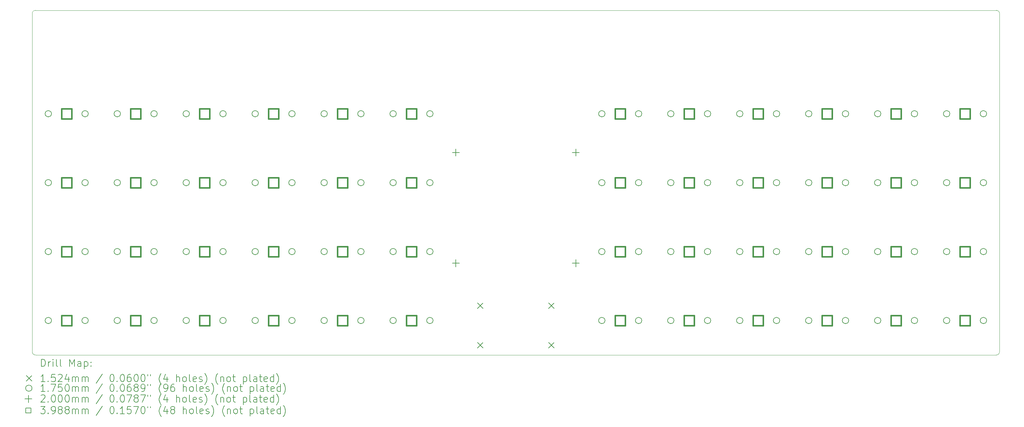
<source format=gbr>
%FSLAX45Y45*%
G04 Gerber Fmt 4.5, Leading zero omitted, Abs format (unit mm)*
G04 Created by KiCad (PCBNEW (6.0.4-0)) date 2022-06-19 23:04:29*
%MOMM*%
%LPD*%
G01*
G04 APERTURE LIST*
%TA.AperFunction,Profile*%
%ADD10C,0.100000*%
%TD*%
%ADD11C,0.200000*%
%ADD12C,0.152400*%
%ADD13C,0.175000*%
%ADD14C,0.398780*%
G04 APERTURE END LIST*
D10*
X8208282Y-8916942D02*
X8209280Y-18265140D01*
X34931228Y-8916942D02*
G75*
G03*
X34842331Y-8828042I-88898J2D01*
G01*
X34931231Y-8916942D02*
X34931231Y-18266138D01*
X34842323Y-18355038D02*
X8298180Y-18354040D01*
X34842323Y-8828042D02*
X8297182Y-8828042D01*
X34842331Y-18355041D02*
G75*
G03*
X34931231Y-18266138I-1J88901D01*
G01*
X8209280Y-18265140D02*
G75*
G03*
X8298180Y-18354040I88900J0D01*
G01*
X8297182Y-8828042D02*
G75*
G03*
X8208282Y-8916942I-2J-88898D01*
G01*
D11*
D12*
X20513320Y-16914960D02*
X20665720Y-17067360D01*
X20665720Y-16914960D02*
X20513320Y-17067360D01*
X20513320Y-18004960D02*
X20665720Y-18157360D01*
X20665720Y-18004960D02*
X20513320Y-18157360D01*
X22473320Y-16914960D02*
X22625720Y-17067360D01*
X22625720Y-16914960D02*
X22473320Y-17067360D01*
X22473320Y-18004960D02*
X22625720Y-18157360D01*
X22625720Y-18004960D02*
X22473320Y-18157360D01*
D13*
X8741120Y-11686540D02*
G75*
G03*
X8741120Y-11686540I-87500J0D01*
G01*
X8741120Y-13591540D02*
G75*
G03*
X8741120Y-13591540I-87500J0D01*
G01*
X8741120Y-15496540D02*
G75*
G03*
X8741120Y-15496540I-87500J0D01*
G01*
X8741120Y-17401540D02*
G75*
G03*
X8741120Y-17401540I-87500J0D01*
G01*
X9757120Y-11686540D02*
G75*
G03*
X9757120Y-11686540I-87500J0D01*
G01*
X9757120Y-13591540D02*
G75*
G03*
X9757120Y-13591540I-87500J0D01*
G01*
X9757120Y-15496540D02*
G75*
G03*
X9757120Y-15496540I-87500J0D01*
G01*
X9757120Y-17401540D02*
G75*
G03*
X9757120Y-17401540I-87500J0D01*
G01*
X10646120Y-11686540D02*
G75*
G03*
X10646120Y-11686540I-87500J0D01*
G01*
X10646120Y-13591540D02*
G75*
G03*
X10646120Y-13591540I-87500J0D01*
G01*
X10646120Y-15496540D02*
G75*
G03*
X10646120Y-15496540I-87500J0D01*
G01*
X10646120Y-17401540D02*
G75*
G03*
X10646120Y-17401540I-87500J0D01*
G01*
X11662120Y-11686540D02*
G75*
G03*
X11662120Y-11686540I-87500J0D01*
G01*
X11662120Y-13591540D02*
G75*
G03*
X11662120Y-13591540I-87500J0D01*
G01*
X11662120Y-15496540D02*
G75*
G03*
X11662120Y-15496540I-87500J0D01*
G01*
X11662120Y-17401540D02*
G75*
G03*
X11662120Y-17401540I-87500J0D01*
G01*
X12551120Y-11686540D02*
G75*
G03*
X12551120Y-11686540I-87500J0D01*
G01*
X12551120Y-13591540D02*
G75*
G03*
X12551120Y-13591540I-87500J0D01*
G01*
X12551120Y-15496540D02*
G75*
G03*
X12551120Y-15496540I-87500J0D01*
G01*
X12551120Y-17401540D02*
G75*
G03*
X12551120Y-17401540I-87500J0D01*
G01*
X13567120Y-11686540D02*
G75*
G03*
X13567120Y-11686540I-87500J0D01*
G01*
X13567120Y-13591540D02*
G75*
G03*
X13567120Y-13591540I-87500J0D01*
G01*
X13567120Y-15496540D02*
G75*
G03*
X13567120Y-15496540I-87500J0D01*
G01*
X13567120Y-17401540D02*
G75*
G03*
X13567120Y-17401540I-87500J0D01*
G01*
X14456120Y-11686540D02*
G75*
G03*
X14456120Y-11686540I-87500J0D01*
G01*
X14456120Y-13591540D02*
G75*
G03*
X14456120Y-13591540I-87500J0D01*
G01*
X14456120Y-15496540D02*
G75*
G03*
X14456120Y-15496540I-87500J0D01*
G01*
X14456120Y-17401540D02*
G75*
G03*
X14456120Y-17401540I-87500J0D01*
G01*
X15472120Y-11686540D02*
G75*
G03*
X15472120Y-11686540I-87500J0D01*
G01*
X15472120Y-13591540D02*
G75*
G03*
X15472120Y-13591540I-87500J0D01*
G01*
X15472120Y-15496540D02*
G75*
G03*
X15472120Y-15496540I-87500J0D01*
G01*
X15472120Y-17401540D02*
G75*
G03*
X15472120Y-17401540I-87500J0D01*
G01*
X16361120Y-11686540D02*
G75*
G03*
X16361120Y-11686540I-87500J0D01*
G01*
X16361120Y-13591540D02*
G75*
G03*
X16361120Y-13591540I-87500J0D01*
G01*
X16361120Y-15496540D02*
G75*
G03*
X16361120Y-15496540I-87500J0D01*
G01*
X16361120Y-17401540D02*
G75*
G03*
X16361120Y-17401540I-87500J0D01*
G01*
X17377120Y-11686540D02*
G75*
G03*
X17377120Y-11686540I-87500J0D01*
G01*
X17377120Y-13591540D02*
G75*
G03*
X17377120Y-13591540I-87500J0D01*
G01*
X17377120Y-15496540D02*
G75*
G03*
X17377120Y-15496540I-87500J0D01*
G01*
X17377120Y-17401540D02*
G75*
G03*
X17377120Y-17401540I-87500J0D01*
G01*
X18266120Y-11686540D02*
G75*
G03*
X18266120Y-11686540I-87500J0D01*
G01*
X18266120Y-13591540D02*
G75*
G03*
X18266120Y-13591540I-87500J0D01*
G01*
X18266120Y-15496540D02*
G75*
G03*
X18266120Y-15496540I-87500J0D01*
G01*
X18266120Y-17401540D02*
G75*
G03*
X18266120Y-17401540I-87500J0D01*
G01*
X19282120Y-11686540D02*
G75*
G03*
X19282120Y-11686540I-87500J0D01*
G01*
X19282120Y-13591540D02*
G75*
G03*
X19282120Y-13591540I-87500J0D01*
G01*
X19282120Y-15496540D02*
G75*
G03*
X19282120Y-15496540I-87500J0D01*
G01*
X19282120Y-17401540D02*
G75*
G03*
X19282120Y-17401540I-87500J0D01*
G01*
X24032080Y-11686540D02*
G75*
G03*
X24032080Y-11686540I-87500J0D01*
G01*
X24032080Y-13591540D02*
G75*
G03*
X24032080Y-13591540I-87500J0D01*
G01*
X24032080Y-15496540D02*
G75*
G03*
X24032080Y-15496540I-87500J0D01*
G01*
X24032080Y-17401540D02*
G75*
G03*
X24032080Y-17401540I-87500J0D01*
G01*
X25048080Y-11686540D02*
G75*
G03*
X25048080Y-11686540I-87500J0D01*
G01*
X25048080Y-13591540D02*
G75*
G03*
X25048080Y-13591540I-87500J0D01*
G01*
X25048080Y-15496540D02*
G75*
G03*
X25048080Y-15496540I-87500J0D01*
G01*
X25048080Y-17401540D02*
G75*
G03*
X25048080Y-17401540I-87500J0D01*
G01*
X25937080Y-11686540D02*
G75*
G03*
X25937080Y-11686540I-87500J0D01*
G01*
X25937080Y-13591540D02*
G75*
G03*
X25937080Y-13591540I-87500J0D01*
G01*
X25937080Y-15496540D02*
G75*
G03*
X25937080Y-15496540I-87500J0D01*
G01*
X25937080Y-17401540D02*
G75*
G03*
X25937080Y-17401540I-87500J0D01*
G01*
X26953080Y-11686540D02*
G75*
G03*
X26953080Y-11686540I-87500J0D01*
G01*
X26953080Y-13591540D02*
G75*
G03*
X26953080Y-13591540I-87500J0D01*
G01*
X26953080Y-15496540D02*
G75*
G03*
X26953080Y-15496540I-87500J0D01*
G01*
X26953080Y-17401540D02*
G75*
G03*
X26953080Y-17401540I-87500J0D01*
G01*
X27842080Y-11686540D02*
G75*
G03*
X27842080Y-11686540I-87500J0D01*
G01*
X27842080Y-13591540D02*
G75*
G03*
X27842080Y-13591540I-87500J0D01*
G01*
X27842080Y-15496540D02*
G75*
G03*
X27842080Y-15496540I-87500J0D01*
G01*
X27842080Y-17401540D02*
G75*
G03*
X27842080Y-17401540I-87500J0D01*
G01*
X28858080Y-11686540D02*
G75*
G03*
X28858080Y-11686540I-87500J0D01*
G01*
X28858080Y-13591540D02*
G75*
G03*
X28858080Y-13591540I-87500J0D01*
G01*
X28858080Y-15496540D02*
G75*
G03*
X28858080Y-15496540I-87500J0D01*
G01*
X28858080Y-17401540D02*
G75*
G03*
X28858080Y-17401540I-87500J0D01*
G01*
X29747080Y-11686540D02*
G75*
G03*
X29747080Y-11686540I-87500J0D01*
G01*
X29747080Y-13591540D02*
G75*
G03*
X29747080Y-13591540I-87500J0D01*
G01*
X29747080Y-15496540D02*
G75*
G03*
X29747080Y-15496540I-87500J0D01*
G01*
X29747080Y-17401540D02*
G75*
G03*
X29747080Y-17401540I-87500J0D01*
G01*
X30763080Y-11686540D02*
G75*
G03*
X30763080Y-11686540I-87500J0D01*
G01*
X30763080Y-13591540D02*
G75*
G03*
X30763080Y-13591540I-87500J0D01*
G01*
X30763080Y-15496540D02*
G75*
G03*
X30763080Y-15496540I-87500J0D01*
G01*
X30763080Y-17401540D02*
G75*
G03*
X30763080Y-17401540I-87500J0D01*
G01*
X31652080Y-11686540D02*
G75*
G03*
X31652080Y-11686540I-87500J0D01*
G01*
X31652080Y-13591540D02*
G75*
G03*
X31652080Y-13591540I-87500J0D01*
G01*
X31652080Y-15496540D02*
G75*
G03*
X31652080Y-15496540I-87500J0D01*
G01*
X31652080Y-17401540D02*
G75*
G03*
X31652080Y-17401540I-87500J0D01*
G01*
X32668080Y-11686540D02*
G75*
G03*
X32668080Y-11686540I-87500J0D01*
G01*
X32668080Y-13591540D02*
G75*
G03*
X32668080Y-13591540I-87500J0D01*
G01*
X32668080Y-15496540D02*
G75*
G03*
X32668080Y-15496540I-87500J0D01*
G01*
X32668080Y-17401540D02*
G75*
G03*
X32668080Y-17401540I-87500J0D01*
G01*
X33557080Y-11686540D02*
G75*
G03*
X33557080Y-11686540I-87500J0D01*
G01*
X33557080Y-13591540D02*
G75*
G03*
X33557080Y-13591540I-87500J0D01*
G01*
X33557080Y-15496540D02*
G75*
G03*
X33557080Y-15496540I-87500J0D01*
G01*
X33557080Y-17401540D02*
G75*
G03*
X33557080Y-17401540I-87500J0D01*
G01*
X34573080Y-11686540D02*
G75*
G03*
X34573080Y-11686540I-87500J0D01*
G01*
X34573080Y-13591540D02*
G75*
G03*
X34573080Y-13591540I-87500J0D01*
G01*
X34573080Y-15496540D02*
G75*
G03*
X34573080Y-15496540I-87500J0D01*
G01*
X34573080Y-17401540D02*
G75*
G03*
X34573080Y-17401540I-87500J0D01*
G01*
D11*
X19913520Y-12655976D02*
X19913520Y-12855976D01*
X19813520Y-12755976D02*
X20013520Y-12755976D01*
X19913520Y-15715976D02*
X19913520Y-15915976D01*
X19813520Y-15815976D02*
X20013520Y-15815976D01*
X23225520Y-12655976D02*
X23225520Y-12855976D01*
X23125520Y-12755976D02*
X23325520Y-12755976D01*
X23225520Y-15715976D02*
X23225520Y-15915976D01*
X23125520Y-15815976D02*
X23325520Y-15815976D01*
D14*
X9302611Y-11827531D02*
X9302611Y-11545549D01*
X9020629Y-11545549D01*
X9020629Y-11827531D01*
X9302611Y-11827531D01*
X9302611Y-13732531D02*
X9302611Y-13450549D01*
X9020629Y-13450549D01*
X9020629Y-13732531D01*
X9302611Y-13732531D01*
X9302611Y-15637531D02*
X9302611Y-15355549D01*
X9020629Y-15355549D01*
X9020629Y-15637531D01*
X9302611Y-15637531D01*
X9302611Y-17542531D02*
X9302611Y-17260549D01*
X9020629Y-17260549D01*
X9020629Y-17542531D01*
X9302611Y-17542531D01*
X11207611Y-11827531D02*
X11207611Y-11545549D01*
X10925629Y-11545549D01*
X10925629Y-11827531D01*
X11207611Y-11827531D01*
X11207611Y-13732531D02*
X11207611Y-13450549D01*
X10925629Y-13450549D01*
X10925629Y-13732531D01*
X11207611Y-13732531D01*
X11207611Y-15637531D02*
X11207611Y-15355549D01*
X10925629Y-15355549D01*
X10925629Y-15637531D01*
X11207611Y-15637531D01*
X11207611Y-17542531D02*
X11207611Y-17260549D01*
X10925629Y-17260549D01*
X10925629Y-17542531D01*
X11207611Y-17542531D01*
X13112611Y-11827531D02*
X13112611Y-11545549D01*
X12830629Y-11545549D01*
X12830629Y-11827531D01*
X13112611Y-11827531D01*
X13112611Y-13732531D02*
X13112611Y-13450549D01*
X12830629Y-13450549D01*
X12830629Y-13732531D01*
X13112611Y-13732531D01*
X13112611Y-15637531D02*
X13112611Y-15355549D01*
X12830629Y-15355549D01*
X12830629Y-15637531D01*
X13112611Y-15637531D01*
X13112611Y-17542531D02*
X13112611Y-17260549D01*
X12830629Y-17260549D01*
X12830629Y-17542531D01*
X13112611Y-17542531D01*
X15017611Y-11827531D02*
X15017611Y-11545549D01*
X14735629Y-11545549D01*
X14735629Y-11827531D01*
X15017611Y-11827531D01*
X15017611Y-13732531D02*
X15017611Y-13450549D01*
X14735629Y-13450549D01*
X14735629Y-13732531D01*
X15017611Y-13732531D01*
X15017611Y-15637531D02*
X15017611Y-15355549D01*
X14735629Y-15355549D01*
X14735629Y-15637531D01*
X15017611Y-15637531D01*
X15017611Y-17542531D02*
X15017611Y-17260549D01*
X14735629Y-17260549D01*
X14735629Y-17542531D01*
X15017611Y-17542531D01*
X16922611Y-11827531D02*
X16922611Y-11545549D01*
X16640629Y-11545549D01*
X16640629Y-11827531D01*
X16922611Y-11827531D01*
X16922611Y-13732531D02*
X16922611Y-13450549D01*
X16640629Y-13450549D01*
X16640629Y-13732531D01*
X16922611Y-13732531D01*
X16922611Y-15637531D02*
X16922611Y-15355549D01*
X16640629Y-15355549D01*
X16640629Y-15637531D01*
X16922611Y-15637531D01*
X16922611Y-17542531D02*
X16922611Y-17260549D01*
X16640629Y-17260549D01*
X16640629Y-17542531D01*
X16922611Y-17542531D01*
X18827611Y-11827531D02*
X18827611Y-11545549D01*
X18545629Y-11545549D01*
X18545629Y-11827531D01*
X18827611Y-11827531D01*
X18827611Y-13732531D02*
X18827611Y-13450549D01*
X18545629Y-13450549D01*
X18545629Y-13732531D01*
X18827611Y-13732531D01*
X18827611Y-15637531D02*
X18827611Y-15355549D01*
X18545629Y-15355549D01*
X18545629Y-15637531D01*
X18827611Y-15637531D01*
X18827611Y-17542531D02*
X18827611Y-17260549D01*
X18545629Y-17260549D01*
X18545629Y-17542531D01*
X18827611Y-17542531D01*
X24593571Y-11827531D02*
X24593571Y-11545549D01*
X24311589Y-11545549D01*
X24311589Y-11827531D01*
X24593571Y-11827531D01*
X24593571Y-13732531D02*
X24593571Y-13450549D01*
X24311589Y-13450549D01*
X24311589Y-13732531D01*
X24593571Y-13732531D01*
X24593571Y-15637531D02*
X24593571Y-15355549D01*
X24311589Y-15355549D01*
X24311589Y-15637531D01*
X24593571Y-15637531D01*
X24593571Y-17542531D02*
X24593571Y-17260549D01*
X24311589Y-17260549D01*
X24311589Y-17542531D01*
X24593571Y-17542531D01*
X26498571Y-11827531D02*
X26498571Y-11545549D01*
X26216589Y-11545549D01*
X26216589Y-11827531D01*
X26498571Y-11827531D01*
X26498571Y-13732531D02*
X26498571Y-13450549D01*
X26216589Y-13450549D01*
X26216589Y-13732531D01*
X26498571Y-13732531D01*
X26498571Y-15637531D02*
X26498571Y-15355549D01*
X26216589Y-15355549D01*
X26216589Y-15637531D01*
X26498571Y-15637531D01*
X26498571Y-17542531D02*
X26498571Y-17260549D01*
X26216589Y-17260549D01*
X26216589Y-17542531D01*
X26498571Y-17542531D01*
X28403571Y-11827531D02*
X28403571Y-11545549D01*
X28121589Y-11545549D01*
X28121589Y-11827531D01*
X28403571Y-11827531D01*
X28403571Y-13732531D02*
X28403571Y-13450549D01*
X28121589Y-13450549D01*
X28121589Y-13732531D01*
X28403571Y-13732531D01*
X28403571Y-15637531D02*
X28403571Y-15355549D01*
X28121589Y-15355549D01*
X28121589Y-15637531D01*
X28403571Y-15637531D01*
X28403571Y-17542531D02*
X28403571Y-17260549D01*
X28121589Y-17260549D01*
X28121589Y-17542531D01*
X28403571Y-17542531D01*
X30308571Y-11827531D02*
X30308571Y-11545549D01*
X30026589Y-11545549D01*
X30026589Y-11827531D01*
X30308571Y-11827531D01*
X30308571Y-13732531D02*
X30308571Y-13450549D01*
X30026589Y-13450549D01*
X30026589Y-13732531D01*
X30308571Y-13732531D01*
X30308571Y-15637531D02*
X30308571Y-15355549D01*
X30026589Y-15355549D01*
X30026589Y-15637531D01*
X30308571Y-15637531D01*
X30308571Y-17542531D02*
X30308571Y-17260549D01*
X30026589Y-17260549D01*
X30026589Y-17542531D01*
X30308571Y-17542531D01*
X32213571Y-11827531D02*
X32213571Y-11545549D01*
X31931589Y-11545549D01*
X31931589Y-11827531D01*
X32213571Y-11827531D01*
X32213571Y-13732531D02*
X32213571Y-13450549D01*
X31931589Y-13450549D01*
X31931589Y-13732531D01*
X32213571Y-13732531D01*
X32213571Y-15637531D02*
X32213571Y-15355549D01*
X31931589Y-15355549D01*
X31931589Y-15637531D01*
X32213571Y-15637531D01*
X32213571Y-17542531D02*
X32213571Y-17260549D01*
X31931589Y-17260549D01*
X31931589Y-17542531D01*
X32213571Y-17542531D01*
X34118571Y-11827531D02*
X34118571Y-11545549D01*
X33836589Y-11545549D01*
X33836589Y-11827531D01*
X34118571Y-11827531D01*
X34118571Y-13732531D02*
X34118571Y-13450549D01*
X33836589Y-13450549D01*
X33836589Y-13732531D01*
X34118571Y-13732531D01*
X34118571Y-15637531D02*
X34118571Y-15355549D01*
X33836589Y-15355549D01*
X33836589Y-15637531D01*
X34118571Y-15637531D01*
X34118571Y-17542531D02*
X34118571Y-17260549D01*
X33836589Y-17260549D01*
X33836589Y-17542531D01*
X34118571Y-17542531D01*
D11*
X8460901Y-18670514D02*
X8460901Y-18470514D01*
X8508520Y-18470514D01*
X8537091Y-18480038D01*
X8556139Y-18499086D01*
X8565663Y-18518133D01*
X8575187Y-18556229D01*
X8575187Y-18584800D01*
X8565663Y-18622895D01*
X8556139Y-18641943D01*
X8537091Y-18660991D01*
X8508520Y-18670514D01*
X8460901Y-18670514D01*
X8660901Y-18670514D02*
X8660901Y-18537181D01*
X8660901Y-18575276D02*
X8670425Y-18556229D01*
X8679948Y-18546705D01*
X8698996Y-18537181D01*
X8718044Y-18537181D01*
X8784710Y-18670514D02*
X8784710Y-18537181D01*
X8784710Y-18470514D02*
X8775187Y-18480038D01*
X8784710Y-18489562D01*
X8794234Y-18480038D01*
X8784710Y-18470514D01*
X8784710Y-18489562D01*
X8908520Y-18670514D02*
X8889472Y-18660991D01*
X8879948Y-18641943D01*
X8879948Y-18470514D01*
X9013282Y-18670514D02*
X8994234Y-18660991D01*
X8984710Y-18641943D01*
X8984710Y-18470514D01*
X9241853Y-18670514D02*
X9241853Y-18470514D01*
X9308520Y-18613372D01*
X9375187Y-18470514D01*
X9375187Y-18670514D01*
X9556139Y-18670514D02*
X9556139Y-18565752D01*
X9546615Y-18546705D01*
X9527568Y-18537181D01*
X9489472Y-18537181D01*
X9470425Y-18546705D01*
X9556139Y-18660991D02*
X9537091Y-18670514D01*
X9489472Y-18670514D01*
X9470425Y-18660991D01*
X9460901Y-18641943D01*
X9460901Y-18622895D01*
X9470425Y-18603848D01*
X9489472Y-18594324D01*
X9537091Y-18594324D01*
X9556139Y-18584800D01*
X9651377Y-18537181D02*
X9651377Y-18737181D01*
X9651377Y-18546705D02*
X9670425Y-18537181D01*
X9708520Y-18537181D01*
X9727568Y-18546705D01*
X9737091Y-18556229D01*
X9746615Y-18575276D01*
X9746615Y-18632419D01*
X9737091Y-18651467D01*
X9727568Y-18660991D01*
X9708520Y-18670514D01*
X9670425Y-18670514D01*
X9651377Y-18660991D01*
X9832329Y-18651467D02*
X9841853Y-18660991D01*
X9832329Y-18670514D01*
X9822806Y-18660991D01*
X9832329Y-18651467D01*
X9832329Y-18670514D01*
X9832329Y-18546705D02*
X9841853Y-18556229D01*
X9832329Y-18565752D01*
X9822806Y-18556229D01*
X9832329Y-18546705D01*
X9832329Y-18565752D01*
D12*
X8050882Y-18923838D02*
X8203282Y-19076238D01*
X8203282Y-18923838D02*
X8050882Y-19076238D01*
D11*
X8565663Y-19090514D02*
X8451377Y-19090514D01*
X8508520Y-19090514D02*
X8508520Y-18890514D01*
X8489472Y-18919086D01*
X8470425Y-18938133D01*
X8451377Y-18947657D01*
X8651377Y-19071467D02*
X8660901Y-19080991D01*
X8651377Y-19090514D01*
X8641853Y-19080991D01*
X8651377Y-19071467D01*
X8651377Y-19090514D01*
X8841853Y-18890514D02*
X8746615Y-18890514D01*
X8737091Y-18985752D01*
X8746615Y-18976229D01*
X8765663Y-18966705D01*
X8813282Y-18966705D01*
X8832329Y-18976229D01*
X8841853Y-18985752D01*
X8851377Y-19004800D01*
X8851377Y-19052419D01*
X8841853Y-19071467D01*
X8832329Y-19080991D01*
X8813282Y-19090514D01*
X8765663Y-19090514D01*
X8746615Y-19080991D01*
X8737091Y-19071467D01*
X8927568Y-18909562D02*
X8937091Y-18900038D01*
X8956139Y-18890514D01*
X9003758Y-18890514D01*
X9022806Y-18900038D01*
X9032329Y-18909562D01*
X9041853Y-18928610D01*
X9041853Y-18947657D01*
X9032329Y-18976229D01*
X8918044Y-19090514D01*
X9041853Y-19090514D01*
X9213282Y-18957181D02*
X9213282Y-19090514D01*
X9165663Y-18880991D02*
X9118044Y-19023848D01*
X9241853Y-19023848D01*
X9318044Y-19090514D02*
X9318044Y-18957181D01*
X9318044Y-18976229D02*
X9327568Y-18966705D01*
X9346615Y-18957181D01*
X9375187Y-18957181D01*
X9394234Y-18966705D01*
X9403758Y-18985752D01*
X9403758Y-19090514D01*
X9403758Y-18985752D02*
X9413282Y-18966705D01*
X9432329Y-18957181D01*
X9460901Y-18957181D01*
X9479948Y-18966705D01*
X9489472Y-18985752D01*
X9489472Y-19090514D01*
X9584710Y-19090514D02*
X9584710Y-18957181D01*
X9584710Y-18976229D02*
X9594234Y-18966705D01*
X9613282Y-18957181D01*
X9641853Y-18957181D01*
X9660901Y-18966705D01*
X9670425Y-18985752D01*
X9670425Y-19090514D01*
X9670425Y-18985752D02*
X9679948Y-18966705D01*
X9698996Y-18957181D01*
X9727568Y-18957181D01*
X9746615Y-18966705D01*
X9756139Y-18985752D01*
X9756139Y-19090514D01*
X10146615Y-18880991D02*
X9975187Y-19138133D01*
X10403758Y-18890514D02*
X10422806Y-18890514D01*
X10441853Y-18900038D01*
X10451377Y-18909562D01*
X10460901Y-18928610D01*
X10470425Y-18966705D01*
X10470425Y-19014324D01*
X10460901Y-19052419D01*
X10451377Y-19071467D01*
X10441853Y-19080991D01*
X10422806Y-19090514D01*
X10403758Y-19090514D01*
X10384710Y-19080991D01*
X10375187Y-19071467D01*
X10365663Y-19052419D01*
X10356139Y-19014324D01*
X10356139Y-18966705D01*
X10365663Y-18928610D01*
X10375187Y-18909562D01*
X10384710Y-18900038D01*
X10403758Y-18890514D01*
X10556139Y-19071467D02*
X10565663Y-19080991D01*
X10556139Y-19090514D01*
X10546615Y-19080991D01*
X10556139Y-19071467D01*
X10556139Y-19090514D01*
X10689472Y-18890514D02*
X10708520Y-18890514D01*
X10727568Y-18900038D01*
X10737091Y-18909562D01*
X10746615Y-18928610D01*
X10756139Y-18966705D01*
X10756139Y-19014324D01*
X10746615Y-19052419D01*
X10737091Y-19071467D01*
X10727568Y-19080991D01*
X10708520Y-19090514D01*
X10689472Y-19090514D01*
X10670425Y-19080991D01*
X10660901Y-19071467D01*
X10651377Y-19052419D01*
X10641853Y-19014324D01*
X10641853Y-18966705D01*
X10651377Y-18928610D01*
X10660901Y-18909562D01*
X10670425Y-18900038D01*
X10689472Y-18890514D01*
X10927568Y-18890514D02*
X10889472Y-18890514D01*
X10870425Y-18900038D01*
X10860901Y-18909562D01*
X10841853Y-18938133D01*
X10832329Y-18976229D01*
X10832329Y-19052419D01*
X10841853Y-19071467D01*
X10851377Y-19080991D01*
X10870425Y-19090514D01*
X10908520Y-19090514D01*
X10927568Y-19080991D01*
X10937091Y-19071467D01*
X10946615Y-19052419D01*
X10946615Y-19004800D01*
X10937091Y-18985752D01*
X10927568Y-18976229D01*
X10908520Y-18966705D01*
X10870425Y-18966705D01*
X10851377Y-18976229D01*
X10841853Y-18985752D01*
X10832329Y-19004800D01*
X11070425Y-18890514D02*
X11089472Y-18890514D01*
X11108520Y-18900038D01*
X11118044Y-18909562D01*
X11127568Y-18928610D01*
X11137091Y-18966705D01*
X11137091Y-19014324D01*
X11127568Y-19052419D01*
X11118044Y-19071467D01*
X11108520Y-19080991D01*
X11089472Y-19090514D01*
X11070425Y-19090514D01*
X11051377Y-19080991D01*
X11041853Y-19071467D01*
X11032329Y-19052419D01*
X11022806Y-19014324D01*
X11022806Y-18966705D01*
X11032329Y-18928610D01*
X11041853Y-18909562D01*
X11051377Y-18900038D01*
X11070425Y-18890514D01*
X11260901Y-18890514D02*
X11279948Y-18890514D01*
X11298996Y-18900038D01*
X11308520Y-18909562D01*
X11318044Y-18928610D01*
X11327567Y-18966705D01*
X11327567Y-19014324D01*
X11318044Y-19052419D01*
X11308520Y-19071467D01*
X11298996Y-19080991D01*
X11279948Y-19090514D01*
X11260901Y-19090514D01*
X11241853Y-19080991D01*
X11232329Y-19071467D01*
X11222806Y-19052419D01*
X11213282Y-19014324D01*
X11213282Y-18966705D01*
X11222806Y-18928610D01*
X11232329Y-18909562D01*
X11241853Y-18900038D01*
X11260901Y-18890514D01*
X11403758Y-18890514D02*
X11403758Y-18928610D01*
X11479948Y-18890514D02*
X11479948Y-18928610D01*
X11775186Y-19166705D02*
X11765663Y-19157181D01*
X11746615Y-19128610D01*
X11737091Y-19109562D01*
X11727567Y-19080991D01*
X11718044Y-19033372D01*
X11718044Y-18995276D01*
X11727567Y-18947657D01*
X11737091Y-18919086D01*
X11746615Y-18900038D01*
X11765663Y-18871467D01*
X11775186Y-18861943D01*
X11937091Y-18957181D02*
X11937091Y-19090514D01*
X11889472Y-18880991D02*
X11841853Y-19023848D01*
X11965663Y-19023848D01*
X12194234Y-19090514D02*
X12194234Y-18890514D01*
X12279948Y-19090514D02*
X12279948Y-18985752D01*
X12270425Y-18966705D01*
X12251377Y-18957181D01*
X12222806Y-18957181D01*
X12203758Y-18966705D01*
X12194234Y-18976229D01*
X12403758Y-19090514D02*
X12384710Y-19080991D01*
X12375186Y-19071467D01*
X12365663Y-19052419D01*
X12365663Y-18995276D01*
X12375186Y-18976229D01*
X12384710Y-18966705D01*
X12403758Y-18957181D01*
X12432329Y-18957181D01*
X12451377Y-18966705D01*
X12460901Y-18976229D01*
X12470425Y-18995276D01*
X12470425Y-19052419D01*
X12460901Y-19071467D01*
X12451377Y-19080991D01*
X12432329Y-19090514D01*
X12403758Y-19090514D01*
X12584710Y-19090514D02*
X12565663Y-19080991D01*
X12556139Y-19061943D01*
X12556139Y-18890514D01*
X12737091Y-19080991D02*
X12718044Y-19090514D01*
X12679948Y-19090514D01*
X12660901Y-19080991D01*
X12651377Y-19061943D01*
X12651377Y-18985752D01*
X12660901Y-18966705D01*
X12679948Y-18957181D01*
X12718044Y-18957181D01*
X12737091Y-18966705D01*
X12746615Y-18985752D01*
X12746615Y-19004800D01*
X12651377Y-19023848D01*
X12822806Y-19080991D02*
X12841853Y-19090514D01*
X12879948Y-19090514D01*
X12898996Y-19080991D01*
X12908520Y-19061943D01*
X12908520Y-19052419D01*
X12898996Y-19033372D01*
X12879948Y-19023848D01*
X12851377Y-19023848D01*
X12832329Y-19014324D01*
X12822806Y-18995276D01*
X12822806Y-18985752D01*
X12832329Y-18966705D01*
X12851377Y-18957181D01*
X12879948Y-18957181D01*
X12898996Y-18966705D01*
X12975186Y-19166705D02*
X12984710Y-19157181D01*
X13003758Y-19128610D01*
X13013282Y-19109562D01*
X13022806Y-19080991D01*
X13032329Y-19033372D01*
X13032329Y-18995276D01*
X13022806Y-18947657D01*
X13013282Y-18919086D01*
X13003758Y-18900038D01*
X12984710Y-18871467D01*
X12975186Y-18861943D01*
X13337091Y-19166705D02*
X13327567Y-19157181D01*
X13308520Y-19128610D01*
X13298996Y-19109562D01*
X13289472Y-19080991D01*
X13279948Y-19033372D01*
X13279948Y-18995276D01*
X13289472Y-18947657D01*
X13298996Y-18919086D01*
X13308520Y-18900038D01*
X13327567Y-18871467D01*
X13337091Y-18861943D01*
X13413282Y-18957181D02*
X13413282Y-19090514D01*
X13413282Y-18976229D02*
X13422806Y-18966705D01*
X13441853Y-18957181D01*
X13470425Y-18957181D01*
X13489472Y-18966705D01*
X13498996Y-18985752D01*
X13498996Y-19090514D01*
X13622806Y-19090514D02*
X13603758Y-19080991D01*
X13594234Y-19071467D01*
X13584710Y-19052419D01*
X13584710Y-18995276D01*
X13594234Y-18976229D01*
X13603758Y-18966705D01*
X13622806Y-18957181D01*
X13651377Y-18957181D01*
X13670425Y-18966705D01*
X13679948Y-18976229D01*
X13689472Y-18995276D01*
X13689472Y-19052419D01*
X13679948Y-19071467D01*
X13670425Y-19080991D01*
X13651377Y-19090514D01*
X13622806Y-19090514D01*
X13746615Y-18957181D02*
X13822806Y-18957181D01*
X13775186Y-18890514D02*
X13775186Y-19061943D01*
X13784710Y-19080991D01*
X13803758Y-19090514D01*
X13822806Y-19090514D01*
X14041853Y-18957181D02*
X14041853Y-19157181D01*
X14041853Y-18966705D02*
X14060901Y-18957181D01*
X14098996Y-18957181D01*
X14118044Y-18966705D01*
X14127567Y-18976229D01*
X14137091Y-18995276D01*
X14137091Y-19052419D01*
X14127567Y-19071467D01*
X14118044Y-19080991D01*
X14098996Y-19090514D01*
X14060901Y-19090514D01*
X14041853Y-19080991D01*
X14251377Y-19090514D02*
X14232329Y-19080991D01*
X14222806Y-19061943D01*
X14222806Y-18890514D01*
X14413282Y-19090514D02*
X14413282Y-18985752D01*
X14403758Y-18966705D01*
X14384710Y-18957181D01*
X14346615Y-18957181D01*
X14327567Y-18966705D01*
X14413282Y-19080991D02*
X14394234Y-19090514D01*
X14346615Y-19090514D01*
X14327567Y-19080991D01*
X14318044Y-19061943D01*
X14318044Y-19042895D01*
X14327567Y-19023848D01*
X14346615Y-19014324D01*
X14394234Y-19014324D01*
X14413282Y-19004800D01*
X14479948Y-18957181D02*
X14556139Y-18957181D01*
X14508520Y-18890514D02*
X14508520Y-19061943D01*
X14518044Y-19080991D01*
X14537091Y-19090514D01*
X14556139Y-19090514D01*
X14698996Y-19080991D02*
X14679948Y-19090514D01*
X14641853Y-19090514D01*
X14622806Y-19080991D01*
X14613282Y-19061943D01*
X14613282Y-18985752D01*
X14622806Y-18966705D01*
X14641853Y-18957181D01*
X14679948Y-18957181D01*
X14698996Y-18966705D01*
X14708520Y-18985752D01*
X14708520Y-19004800D01*
X14613282Y-19023848D01*
X14879948Y-19090514D02*
X14879948Y-18890514D01*
X14879948Y-19080991D02*
X14860901Y-19090514D01*
X14822806Y-19090514D01*
X14803758Y-19080991D01*
X14794234Y-19071467D01*
X14784710Y-19052419D01*
X14784710Y-18995276D01*
X14794234Y-18976229D01*
X14803758Y-18966705D01*
X14822806Y-18957181D01*
X14860901Y-18957181D01*
X14879948Y-18966705D01*
X14956139Y-19166705D02*
X14965663Y-19157181D01*
X14984710Y-19128610D01*
X14994234Y-19109562D01*
X15003758Y-19080991D01*
X15013282Y-19033372D01*
X15013282Y-18995276D01*
X15003758Y-18947657D01*
X14994234Y-18919086D01*
X14984710Y-18900038D01*
X14965663Y-18871467D01*
X14956139Y-18861943D01*
D13*
X8203282Y-19272438D02*
G75*
G03*
X8203282Y-19272438I-87500J0D01*
G01*
D11*
X8565663Y-19362914D02*
X8451377Y-19362914D01*
X8508520Y-19362914D02*
X8508520Y-19162914D01*
X8489472Y-19191486D01*
X8470425Y-19210533D01*
X8451377Y-19220057D01*
X8651377Y-19343867D02*
X8660901Y-19353391D01*
X8651377Y-19362914D01*
X8641853Y-19353391D01*
X8651377Y-19343867D01*
X8651377Y-19362914D01*
X8727568Y-19162914D02*
X8860901Y-19162914D01*
X8775187Y-19362914D01*
X9032329Y-19162914D02*
X8937091Y-19162914D01*
X8927568Y-19258152D01*
X8937091Y-19248629D01*
X8956139Y-19239105D01*
X9003758Y-19239105D01*
X9022806Y-19248629D01*
X9032329Y-19258152D01*
X9041853Y-19277200D01*
X9041853Y-19324819D01*
X9032329Y-19343867D01*
X9022806Y-19353391D01*
X9003758Y-19362914D01*
X8956139Y-19362914D01*
X8937091Y-19353391D01*
X8927568Y-19343867D01*
X9165663Y-19162914D02*
X9184710Y-19162914D01*
X9203758Y-19172438D01*
X9213282Y-19181962D01*
X9222806Y-19201010D01*
X9232329Y-19239105D01*
X9232329Y-19286724D01*
X9222806Y-19324819D01*
X9213282Y-19343867D01*
X9203758Y-19353391D01*
X9184710Y-19362914D01*
X9165663Y-19362914D01*
X9146615Y-19353391D01*
X9137091Y-19343867D01*
X9127568Y-19324819D01*
X9118044Y-19286724D01*
X9118044Y-19239105D01*
X9127568Y-19201010D01*
X9137091Y-19181962D01*
X9146615Y-19172438D01*
X9165663Y-19162914D01*
X9318044Y-19362914D02*
X9318044Y-19229581D01*
X9318044Y-19248629D02*
X9327568Y-19239105D01*
X9346615Y-19229581D01*
X9375187Y-19229581D01*
X9394234Y-19239105D01*
X9403758Y-19258152D01*
X9403758Y-19362914D01*
X9403758Y-19258152D02*
X9413282Y-19239105D01*
X9432329Y-19229581D01*
X9460901Y-19229581D01*
X9479948Y-19239105D01*
X9489472Y-19258152D01*
X9489472Y-19362914D01*
X9584710Y-19362914D02*
X9584710Y-19229581D01*
X9584710Y-19248629D02*
X9594234Y-19239105D01*
X9613282Y-19229581D01*
X9641853Y-19229581D01*
X9660901Y-19239105D01*
X9670425Y-19258152D01*
X9670425Y-19362914D01*
X9670425Y-19258152D02*
X9679948Y-19239105D01*
X9698996Y-19229581D01*
X9727568Y-19229581D01*
X9746615Y-19239105D01*
X9756139Y-19258152D01*
X9756139Y-19362914D01*
X10146615Y-19153391D02*
X9975187Y-19410533D01*
X10403758Y-19162914D02*
X10422806Y-19162914D01*
X10441853Y-19172438D01*
X10451377Y-19181962D01*
X10460901Y-19201010D01*
X10470425Y-19239105D01*
X10470425Y-19286724D01*
X10460901Y-19324819D01*
X10451377Y-19343867D01*
X10441853Y-19353391D01*
X10422806Y-19362914D01*
X10403758Y-19362914D01*
X10384710Y-19353391D01*
X10375187Y-19343867D01*
X10365663Y-19324819D01*
X10356139Y-19286724D01*
X10356139Y-19239105D01*
X10365663Y-19201010D01*
X10375187Y-19181962D01*
X10384710Y-19172438D01*
X10403758Y-19162914D01*
X10556139Y-19343867D02*
X10565663Y-19353391D01*
X10556139Y-19362914D01*
X10546615Y-19353391D01*
X10556139Y-19343867D01*
X10556139Y-19362914D01*
X10689472Y-19162914D02*
X10708520Y-19162914D01*
X10727568Y-19172438D01*
X10737091Y-19181962D01*
X10746615Y-19201010D01*
X10756139Y-19239105D01*
X10756139Y-19286724D01*
X10746615Y-19324819D01*
X10737091Y-19343867D01*
X10727568Y-19353391D01*
X10708520Y-19362914D01*
X10689472Y-19362914D01*
X10670425Y-19353391D01*
X10660901Y-19343867D01*
X10651377Y-19324819D01*
X10641853Y-19286724D01*
X10641853Y-19239105D01*
X10651377Y-19201010D01*
X10660901Y-19181962D01*
X10670425Y-19172438D01*
X10689472Y-19162914D01*
X10927568Y-19162914D02*
X10889472Y-19162914D01*
X10870425Y-19172438D01*
X10860901Y-19181962D01*
X10841853Y-19210533D01*
X10832329Y-19248629D01*
X10832329Y-19324819D01*
X10841853Y-19343867D01*
X10851377Y-19353391D01*
X10870425Y-19362914D01*
X10908520Y-19362914D01*
X10927568Y-19353391D01*
X10937091Y-19343867D01*
X10946615Y-19324819D01*
X10946615Y-19277200D01*
X10937091Y-19258152D01*
X10927568Y-19248629D01*
X10908520Y-19239105D01*
X10870425Y-19239105D01*
X10851377Y-19248629D01*
X10841853Y-19258152D01*
X10832329Y-19277200D01*
X11060901Y-19248629D02*
X11041853Y-19239105D01*
X11032329Y-19229581D01*
X11022806Y-19210533D01*
X11022806Y-19201010D01*
X11032329Y-19181962D01*
X11041853Y-19172438D01*
X11060901Y-19162914D01*
X11098996Y-19162914D01*
X11118044Y-19172438D01*
X11127568Y-19181962D01*
X11137091Y-19201010D01*
X11137091Y-19210533D01*
X11127568Y-19229581D01*
X11118044Y-19239105D01*
X11098996Y-19248629D01*
X11060901Y-19248629D01*
X11041853Y-19258152D01*
X11032329Y-19267676D01*
X11022806Y-19286724D01*
X11022806Y-19324819D01*
X11032329Y-19343867D01*
X11041853Y-19353391D01*
X11060901Y-19362914D01*
X11098996Y-19362914D01*
X11118044Y-19353391D01*
X11127568Y-19343867D01*
X11137091Y-19324819D01*
X11137091Y-19286724D01*
X11127568Y-19267676D01*
X11118044Y-19258152D01*
X11098996Y-19248629D01*
X11232329Y-19362914D02*
X11270425Y-19362914D01*
X11289472Y-19353391D01*
X11298996Y-19343867D01*
X11318044Y-19315295D01*
X11327567Y-19277200D01*
X11327567Y-19201010D01*
X11318044Y-19181962D01*
X11308520Y-19172438D01*
X11289472Y-19162914D01*
X11251377Y-19162914D01*
X11232329Y-19172438D01*
X11222806Y-19181962D01*
X11213282Y-19201010D01*
X11213282Y-19248629D01*
X11222806Y-19267676D01*
X11232329Y-19277200D01*
X11251377Y-19286724D01*
X11289472Y-19286724D01*
X11308520Y-19277200D01*
X11318044Y-19267676D01*
X11327567Y-19248629D01*
X11403758Y-19162914D02*
X11403758Y-19201010D01*
X11479948Y-19162914D02*
X11479948Y-19201010D01*
X11775186Y-19439105D02*
X11765663Y-19429581D01*
X11746615Y-19401010D01*
X11737091Y-19381962D01*
X11727567Y-19353391D01*
X11718044Y-19305772D01*
X11718044Y-19267676D01*
X11727567Y-19220057D01*
X11737091Y-19191486D01*
X11746615Y-19172438D01*
X11765663Y-19143867D01*
X11775186Y-19134343D01*
X11860901Y-19362914D02*
X11898996Y-19362914D01*
X11918044Y-19353391D01*
X11927567Y-19343867D01*
X11946615Y-19315295D01*
X11956139Y-19277200D01*
X11956139Y-19201010D01*
X11946615Y-19181962D01*
X11937091Y-19172438D01*
X11918044Y-19162914D01*
X11879948Y-19162914D01*
X11860901Y-19172438D01*
X11851377Y-19181962D01*
X11841853Y-19201010D01*
X11841853Y-19248629D01*
X11851377Y-19267676D01*
X11860901Y-19277200D01*
X11879948Y-19286724D01*
X11918044Y-19286724D01*
X11937091Y-19277200D01*
X11946615Y-19267676D01*
X11956139Y-19248629D01*
X12127567Y-19162914D02*
X12089472Y-19162914D01*
X12070425Y-19172438D01*
X12060901Y-19181962D01*
X12041853Y-19210533D01*
X12032329Y-19248629D01*
X12032329Y-19324819D01*
X12041853Y-19343867D01*
X12051377Y-19353391D01*
X12070425Y-19362914D01*
X12108520Y-19362914D01*
X12127567Y-19353391D01*
X12137091Y-19343867D01*
X12146615Y-19324819D01*
X12146615Y-19277200D01*
X12137091Y-19258152D01*
X12127567Y-19248629D01*
X12108520Y-19239105D01*
X12070425Y-19239105D01*
X12051377Y-19248629D01*
X12041853Y-19258152D01*
X12032329Y-19277200D01*
X12384710Y-19362914D02*
X12384710Y-19162914D01*
X12470425Y-19362914D02*
X12470425Y-19258152D01*
X12460901Y-19239105D01*
X12441853Y-19229581D01*
X12413282Y-19229581D01*
X12394234Y-19239105D01*
X12384710Y-19248629D01*
X12594234Y-19362914D02*
X12575186Y-19353391D01*
X12565663Y-19343867D01*
X12556139Y-19324819D01*
X12556139Y-19267676D01*
X12565663Y-19248629D01*
X12575186Y-19239105D01*
X12594234Y-19229581D01*
X12622806Y-19229581D01*
X12641853Y-19239105D01*
X12651377Y-19248629D01*
X12660901Y-19267676D01*
X12660901Y-19324819D01*
X12651377Y-19343867D01*
X12641853Y-19353391D01*
X12622806Y-19362914D01*
X12594234Y-19362914D01*
X12775186Y-19362914D02*
X12756139Y-19353391D01*
X12746615Y-19334343D01*
X12746615Y-19162914D01*
X12927567Y-19353391D02*
X12908520Y-19362914D01*
X12870425Y-19362914D01*
X12851377Y-19353391D01*
X12841853Y-19334343D01*
X12841853Y-19258152D01*
X12851377Y-19239105D01*
X12870425Y-19229581D01*
X12908520Y-19229581D01*
X12927567Y-19239105D01*
X12937091Y-19258152D01*
X12937091Y-19277200D01*
X12841853Y-19296248D01*
X13013282Y-19353391D02*
X13032329Y-19362914D01*
X13070425Y-19362914D01*
X13089472Y-19353391D01*
X13098996Y-19334343D01*
X13098996Y-19324819D01*
X13089472Y-19305772D01*
X13070425Y-19296248D01*
X13041853Y-19296248D01*
X13022806Y-19286724D01*
X13013282Y-19267676D01*
X13013282Y-19258152D01*
X13022806Y-19239105D01*
X13041853Y-19229581D01*
X13070425Y-19229581D01*
X13089472Y-19239105D01*
X13165663Y-19439105D02*
X13175186Y-19429581D01*
X13194234Y-19401010D01*
X13203758Y-19381962D01*
X13213282Y-19353391D01*
X13222806Y-19305772D01*
X13222806Y-19267676D01*
X13213282Y-19220057D01*
X13203758Y-19191486D01*
X13194234Y-19172438D01*
X13175186Y-19143867D01*
X13165663Y-19134343D01*
X13527567Y-19439105D02*
X13518044Y-19429581D01*
X13498996Y-19401010D01*
X13489472Y-19381962D01*
X13479948Y-19353391D01*
X13470425Y-19305772D01*
X13470425Y-19267676D01*
X13479948Y-19220057D01*
X13489472Y-19191486D01*
X13498996Y-19172438D01*
X13518044Y-19143867D01*
X13527567Y-19134343D01*
X13603758Y-19229581D02*
X13603758Y-19362914D01*
X13603758Y-19248629D02*
X13613282Y-19239105D01*
X13632329Y-19229581D01*
X13660901Y-19229581D01*
X13679948Y-19239105D01*
X13689472Y-19258152D01*
X13689472Y-19362914D01*
X13813282Y-19362914D02*
X13794234Y-19353391D01*
X13784710Y-19343867D01*
X13775186Y-19324819D01*
X13775186Y-19267676D01*
X13784710Y-19248629D01*
X13794234Y-19239105D01*
X13813282Y-19229581D01*
X13841853Y-19229581D01*
X13860901Y-19239105D01*
X13870425Y-19248629D01*
X13879948Y-19267676D01*
X13879948Y-19324819D01*
X13870425Y-19343867D01*
X13860901Y-19353391D01*
X13841853Y-19362914D01*
X13813282Y-19362914D01*
X13937091Y-19229581D02*
X14013282Y-19229581D01*
X13965663Y-19162914D02*
X13965663Y-19334343D01*
X13975186Y-19353391D01*
X13994234Y-19362914D01*
X14013282Y-19362914D01*
X14232329Y-19229581D02*
X14232329Y-19429581D01*
X14232329Y-19239105D02*
X14251377Y-19229581D01*
X14289472Y-19229581D01*
X14308520Y-19239105D01*
X14318044Y-19248629D01*
X14327567Y-19267676D01*
X14327567Y-19324819D01*
X14318044Y-19343867D01*
X14308520Y-19353391D01*
X14289472Y-19362914D01*
X14251377Y-19362914D01*
X14232329Y-19353391D01*
X14441853Y-19362914D02*
X14422806Y-19353391D01*
X14413282Y-19334343D01*
X14413282Y-19162914D01*
X14603758Y-19362914D02*
X14603758Y-19258152D01*
X14594234Y-19239105D01*
X14575186Y-19229581D01*
X14537091Y-19229581D01*
X14518044Y-19239105D01*
X14603758Y-19353391D02*
X14584710Y-19362914D01*
X14537091Y-19362914D01*
X14518044Y-19353391D01*
X14508520Y-19334343D01*
X14508520Y-19315295D01*
X14518044Y-19296248D01*
X14537091Y-19286724D01*
X14584710Y-19286724D01*
X14603758Y-19277200D01*
X14670425Y-19229581D02*
X14746615Y-19229581D01*
X14698996Y-19162914D02*
X14698996Y-19334343D01*
X14708520Y-19353391D01*
X14727567Y-19362914D01*
X14746615Y-19362914D01*
X14889472Y-19353391D02*
X14870425Y-19362914D01*
X14832329Y-19362914D01*
X14813282Y-19353391D01*
X14803758Y-19334343D01*
X14803758Y-19258152D01*
X14813282Y-19239105D01*
X14832329Y-19229581D01*
X14870425Y-19229581D01*
X14889472Y-19239105D01*
X14898996Y-19258152D01*
X14898996Y-19277200D01*
X14803758Y-19296248D01*
X15070425Y-19362914D02*
X15070425Y-19162914D01*
X15070425Y-19353391D02*
X15051377Y-19362914D01*
X15013282Y-19362914D01*
X14994234Y-19353391D01*
X14984710Y-19343867D01*
X14975186Y-19324819D01*
X14975186Y-19267676D01*
X14984710Y-19248629D01*
X14994234Y-19239105D01*
X15013282Y-19229581D01*
X15051377Y-19229581D01*
X15070425Y-19239105D01*
X15146615Y-19439105D02*
X15156139Y-19429581D01*
X15175186Y-19401010D01*
X15184710Y-19381962D01*
X15194234Y-19353391D01*
X15203758Y-19305772D01*
X15203758Y-19267676D01*
X15194234Y-19220057D01*
X15184710Y-19191486D01*
X15175186Y-19172438D01*
X15156139Y-19143867D01*
X15146615Y-19134343D01*
X8103282Y-19467438D02*
X8103282Y-19667438D01*
X8003282Y-19567438D02*
X8203282Y-19567438D01*
X8451377Y-19476962D02*
X8460901Y-19467438D01*
X8479948Y-19457914D01*
X8527568Y-19457914D01*
X8546615Y-19467438D01*
X8556139Y-19476962D01*
X8565663Y-19496010D01*
X8565663Y-19515057D01*
X8556139Y-19543629D01*
X8441853Y-19657914D01*
X8565663Y-19657914D01*
X8651377Y-19638867D02*
X8660901Y-19648391D01*
X8651377Y-19657914D01*
X8641853Y-19648391D01*
X8651377Y-19638867D01*
X8651377Y-19657914D01*
X8784710Y-19457914D02*
X8803758Y-19457914D01*
X8822806Y-19467438D01*
X8832329Y-19476962D01*
X8841853Y-19496010D01*
X8851377Y-19534105D01*
X8851377Y-19581724D01*
X8841853Y-19619819D01*
X8832329Y-19638867D01*
X8822806Y-19648391D01*
X8803758Y-19657914D01*
X8784710Y-19657914D01*
X8765663Y-19648391D01*
X8756139Y-19638867D01*
X8746615Y-19619819D01*
X8737091Y-19581724D01*
X8737091Y-19534105D01*
X8746615Y-19496010D01*
X8756139Y-19476962D01*
X8765663Y-19467438D01*
X8784710Y-19457914D01*
X8975187Y-19457914D02*
X8994234Y-19457914D01*
X9013282Y-19467438D01*
X9022806Y-19476962D01*
X9032329Y-19496010D01*
X9041853Y-19534105D01*
X9041853Y-19581724D01*
X9032329Y-19619819D01*
X9022806Y-19638867D01*
X9013282Y-19648391D01*
X8994234Y-19657914D01*
X8975187Y-19657914D01*
X8956139Y-19648391D01*
X8946615Y-19638867D01*
X8937091Y-19619819D01*
X8927568Y-19581724D01*
X8927568Y-19534105D01*
X8937091Y-19496010D01*
X8946615Y-19476962D01*
X8956139Y-19467438D01*
X8975187Y-19457914D01*
X9165663Y-19457914D02*
X9184710Y-19457914D01*
X9203758Y-19467438D01*
X9213282Y-19476962D01*
X9222806Y-19496010D01*
X9232329Y-19534105D01*
X9232329Y-19581724D01*
X9222806Y-19619819D01*
X9213282Y-19638867D01*
X9203758Y-19648391D01*
X9184710Y-19657914D01*
X9165663Y-19657914D01*
X9146615Y-19648391D01*
X9137091Y-19638867D01*
X9127568Y-19619819D01*
X9118044Y-19581724D01*
X9118044Y-19534105D01*
X9127568Y-19496010D01*
X9137091Y-19476962D01*
X9146615Y-19467438D01*
X9165663Y-19457914D01*
X9318044Y-19657914D02*
X9318044Y-19524581D01*
X9318044Y-19543629D02*
X9327568Y-19534105D01*
X9346615Y-19524581D01*
X9375187Y-19524581D01*
X9394234Y-19534105D01*
X9403758Y-19553152D01*
X9403758Y-19657914D01*
X9403758Y-19553152D02*
X9413282Y-19534105D01*
X9432329Y-19524581D01*
X9460901Y-19524581D01*
X9479948Y-19534105D01*
X9489472Y-19553152D01*
X9489472Y-19657914D01*
X9584710Y-19657914D02*
X9584710Y-19524581D01*
X9584710Y-19543629D02*
X9594234Y-19534105D01*
X9613282Y-19524581D01*
X9641853Y-19524581D01*
X9660901Y-19534105D01*
X9670425Y-19553152D01*
X9670425Y-19657914D01*
X9670425Y-19553152D02*
X9679948Y-19534105D01*
X9698996Y-19524581D01*
X9727568Y-19524581D01*
X9746615Y-19534105D01*
X9756139Y-19553152D01*
X9756139Y-19657914D01*
X10146615Y-19448391D02*
X9975187Y-19705533D01*
X10403758Y-19457914D02*
X10422806Y-19457914D01*
X10441853Y-19467438D01*
X10451377Y-19476962D01*
X10460901Y-19496010D01*
X10470425Y-19534105D01*
X10470425Y-19581724D01*
X10460901Y-19619819D01*
X10451377Y-19638867D01*
X10441853Y-19648391D01*
X10422806Y-19657914D01*
X10403758Y-19657914D01*
X10384710Y-19648391D01*
X10375187Y-19638867D01*
X10365663Y-19619819D01*
X10356139Y-19581724D01*
X10356139Y-19534105D01*
X10365663Y-19496010D01*
X10375187Y-19476962D01*
X10384710Y-19467438D01*
X10403758Y-19457914D01*
X10556139Y-19638867D02*
X10565663Y-19648391D01*
X10556139Y-19657914D01*
X10546615Y-19648391D01*
X10556139Y-19638867D01*
X10556139Y-19657914D01*
X10689472Y-19457914D02*
X10708520Y-19457914D01*
X10727568Y-19467438D01*
X10737091Y-19476962D01*
X10746615Y-19496010D01*
X10756139Y-19534105D01*
X10756139Y-19581724D01*
X10746615Y-19619819D01*
X10737091Y-19638867D01*
X10727568Y-19648391D01*
X10708520Y-19657914D01*
X10689472Y-19657914D01*
X10670425Y-19648391D01*
X10660901Y-19638867D01*
X10651377Y-19619819D01*
X10641853Y-19581724D01*
X10641853Y-19534105D01*
X10651377Y-19496010D01*
X10660901Y-19476962D01*
X10670425Y-19467438D01*
X10689472Y-19457914D01*
X10822806Y-19457914D02*
X10956139Y-19457914D01*
X10870425Y-19657914D01*
X11060901Y-19543629D02*
X11041853Y-19534105D01*
X11032329Y-19524581D01*
X11022806Y-19505533D01*
X11022806Y-19496010D01*
X11032329Y-19476962D01*
X11041853Y-19467438D01*
X11060901Y-19457914D01*
X11098996Y-19457914D01*
X11118044Y-19467438D01*
X11127568Y-19476962D01*
X11137091Y-19496010D01*
X11137091Y-19505533D01*
X11127568Y-19524581D01*
X11118044Y-19534105D01*
X11098996Y-19543629D01*
X11060901Y-19543629D01*
X11041853Y-19553152D01*
X11032329Y-19562676D01*
X11022806Y-19581724D01*
X11022806Y-19619819D01*
X11032329Y-19638867D01*
X11041853Y-19648391D01*
X11060901Y-19657914D01*
X11098996Y-19657914D01*
X11118044Y-19648391D01*
X11127568Y-19638867D01*
X11137091Y-19619819D01*
X11137091Y-19581724D01*
X11127568Y-19562676D01*
X11118044Y-19553152D01*
X11098996Y-19543629D01*
X11203758Y-19457914D02*
X11337091Y-19457914D01*
X11251377Y-19657914D01*
X11403758Y-19457914D02*
X11403758Y-19496010D01*
X11479948Y-19457914D02*
X11479948Y-19496010D01*
X11775186Y-19734105D02*
X11765663Y-19724581D01*
X11746615Y-19696010D01*
X11737091Y-19676962D01*
X11727567Y-19648391D01*
X11718044Y-19600772D01*
X11718044Y-19562676D01*
X11727567Y-19515057D01*
X11737091Y-19486486D01*
X11746615Y-19467438D01*
X11765663Y-19438867D01*
X11775186Y-19429343D01*
X11937091Y-19524581D02*
X11937091Y-19657914D01*
X11889472Y-19448391D02*
X11841853Y-19591248D01*
X11965663Y-19591248D01*
X12194234Y-19657914D02*
X12194234Y-19457914D01*
X12279948Y-19657914D02*
X12279948Y-19553152D01*
X12270425Y-19534105D01*
X12251377Y-19524581D01*
X12222806Y-19524581D01*
X12203758Y-19534105D01*
X12194234Y-19543629D01*
X12403758Y-19657914D02*
X12384710Y-19648391D01*
X12375186Y-19638867D01*
X12365663Y-19619819D01*
X12365663Y-19562676D01*
X12375186Y-19543629D01*
X12384710Y-19534105D01*
X12403758Y-19524581D01*
X12432329Y-19524581D01*
X12451377Y-19534105D01*
X12460901Y-19543629D01*
X12470425Y-19562676D01*
X12470425Y-19619819D01*
X12460901Y-19638867D01*
X12451377Y-19648391D01*
X12432329Y-19657914D01*
X12403758Y-19657914D01*
X12584710Y-19657914D02*
X12565663Y-19648391D01*
X12556139Y-19629343D01*
X12556139Y-19457914D01*
X12737091Y-19648391D02*
X12718044Y-19657914D01*
X12679948Y-19657914D01*
X12660901Y-19648391D01*
X12651377Y-19629343D01*
X12651377Y-19553152D01*
X12660901Y-19534105D01*
X12679948Y-19524581D01*
X12718044Y-19524581D01*
X12737091Y-19534105D01*
X12746615Y-19553152D01*
X12746615Y-19572200D01*
X12651377Y-19591248D01*
X12822806Y-19648391D02*
X12841853Y-19657914D01*
X12879948Y-19657914D01*
X12898996Y-19648391D01*
X12908520Y-19629343D01*
X12908520Y-19619819D01*
X12898996Y-19600772D01*
X12879948Y-19591248D01*
X12851377Y-19591248D01*
X12832329Y-19581724D01*
X12822806Y-19562676D01*
X12822806Y-19553152D01*
X12832329Y-19534105D01*
X12851377Y-19524581D01*
X12879948Y-19524581D01*
X12898996Y-19534105D01*
X12975186Y-19734105D02*
X12984710Y-19724581D01*
X13003758Y-19696010D01*
X13013282Y-19676962D01*
X13022806Y-19648391D01*
X13032329Y-19600772D01*
X13032329Y-19562676D01*
X13022806Y-19515057D01*
X13013282Y-19486486D01*
X13003758Y-19467438D01*
X12984710Y-19438867D01*
X12975186Y-19429343D01*
X13337091Y-19734105D02*
X13327567Y-19724581D01*
X13308520Y-19696010D01*
X13298996Y-19676962D01*
X13289472Y-19648391D01*
X13279948Y-19600772D01*
X13279948Y-19562676D01*
X13289472Y-19515057D01*
X13298996Y-19486486D01*
X13308520Y-19467438D01*
X13327567Y-19438867D01*
X13337091Y-19429343D01*
X13413282Y-19524581D02*
X13413282Y-19657914D01*
X13413282Y-19543629D02*
X13422806Y-19534105D01*
X13441853Y-19524581D01*
X13470425Y-19524581D01*
X13489472Y-19534105D01*
X13498996Y-19553152D01*
X13498996Y-19657914D01*
X13622806Y-19657914D02*
X13603758Y-19648391D01*
X13594234Y-19638867D01*
X13584710Y-19619819D01*
X13584710Y-19562676D01*
X13594234Y-19543629D01*
X13603758Y-19534105D01*
X13622806Y-19524581D01*
X13651377Y-19524581D01*
X13670425Y-19534105D01*
X13679948Y-19543629D01*
X13689472Y-19562676D01*
X13689472Y-19619819D01*
X13679948Y-19638867D01*
X13670425Y-19648391D01*
X13651377Y-19657914D01*
X13622806Y-19657914D01*
X13746615Y-19524581D02*
X13822806Y-19524581D01*
X13775186Y-19457914D02*
X13775186Y-19629343D01*
X13784710Y-19648391D01*
X13803758Y-19657914D01*
X13822806Y-19657914D01*
X14041853Y-19524581D02*
X14041853Y-19724581D01*
X14041853Y-19534105D02*
X14060901Y-19524581D01*
X14098996Y-19524581D01*
X14118044Y-19534105D01*
X14127567Y-19543629D01*
X14137091Y-19562676D01*
X14137091Y-19619819D01*
X14127567Y-19638867D01*
X14118044Y-19648391D01*
X14098996Y-19657914D01*
X14060901Y-19657914D01*
X14041853Y-19648391D01*
X14251377Y-19657914D02*
X14232329Y-19648391D01*
X14222806Y-19629343D01*
X14222806Y-19457914D01*
X14413282Y-19657914D02*
X14413282Y-19553152D01*
X14403758Y-19534105D01*
X14384710Y-19524581D01*
X14346615Y-19524581D01*
X14327567Y-19534105D01*
X14413282Y-19648391D02*
X14394234Y-19657914D01*
X14346615Y-19657914D01*
X14327567Y-19648391D01*
X14318044Y-19629343D01*
X14318044Y-19610295D01*
X14327567Y-19591248D01*
X14346615Y-19581724D01*
X14394234Y-19581724D01*
X14413282Y-19572200D01*
X14479948Y-19524581D02*
X14556139Y-19524581D01*
X14508520Y-19457914D02*
X14508520Y-19629343D01*
X14518044Y-19648391D01*
X14537091Y-19657914D01*
X14556139Y-19657914D01*
X14698996Y-19648391D02*
X14679948Y-19657914D01*
X14641853Y-19657914D01*
X14622806Y-19648391D01*
X14613282Y-19629343D01*
X14613282Y-19553152D01*
X14622806Y-19534105D01*
X14641853Y-19524581D01*
X14679948Y-19524581D01*
X14698996Y-19534105D01*
X14708520Y-19553152D01*
X14708520Y-19572200D01*
X14613282Y-19591248D01*
X14879948Y-19657914D02*
X14879948Y-19457914D01*
X14879948Y-19648391D02*
X14860901Y-19657914D01*
X14822806Y-19657914D01*
X14803758Y-19648391D01*
X14794234Y-19638867D01*
X14784710Y-19619819D01*
X14784710Y-19562676D01*
X14794234Y-19543629D01*
X14803758Y-19534105D01*
X14822806Y-19524581D01*
X14860901Y-19524581D01*
X14879948Y-19534105D01*
X14956139Y-19734105D02*
X14965663Y-19724581D01*
X14984710Y-19696010D01*
X14994234Y-19676962D01*
X15003758Y-19648391D01*
X15013282Y-19600772D01*
X15013282Y-19562676D01*
X15003758Y-19515057D01*
X14994234Y-19486486D01*
X14984710Y-19467438D01*
X14965663Y-19438867D01*
X14956139Y-19429343D01*
X8173993Y-19958150D02*
X8173993Y-19816727D01*
X8032570Y-19816727D01*
X8032570Y-19958150D01*
X8173993Y-19958150D01*
X8441853Y-19777914D02*
X8565663Y-19777914D01*
X8498996Y-19854105D01*
X8527568Y-19854105D01*
X8546615Y-19863629D01*
X8556139Y-19873152D01*
X8565663Y-19892200D01*
X8565663Y-19939819D01*
X8556139Y-19958867D01*
X8546615Y-19968391D01*
X8527568Y-19977914D01*
X8470425Y-19977914D01*
X8451377Y-19968391D01*
X8441853Y-19958867D01*
X8651377Y-19958867D02*
X8660901Y-19968391D01*
X8651377Y-19977914D01*
X8641853Y-19968391D01*
X8651377Y-19958867D01*
X8651377Y-19977914D01*
X8756139Y-19977914D02*
X8794234Y-19977914D01*
X8813282Y-19968391D01*
X8822806Y-19958867D01*
X8841853Y-19930295D01*
X8851377Y-19892200D01*
X8851377Y-19816010D01*
X8841853Y-19796962D01*
X8832329Y-19787438D01*
X8813282Y-19777914D01*
X8775187Y-19777914D01*
X8756139Y-19787438D01*
X8746615Y-19796962D01*
X8737091Y-19816010D01*
X8737091Y-19863629D01*
X8746615Y-19882676D01*
X8756139Y-19892200D01*
X8775187Y-19901724D01*
X8813282Y-19901724D01*
X8832329Y-19892200D01*
X8841853Y-19882676D01*
X8851377Y-19863629D01*
X8965663Y-19863629D02*
X8946615Y-19854105D01*
X8937091Y-19844581D01*
X8927568Y-19825533D01*
X8927568Y-19816010D01*
X8937091Y-19796962D01*
X8946615Y-19787438D01*
X8965663Y-19777914D01*
X9003758Y-19777914D01*
X9022806Y-19787438D01*
X9032329Y-19796962D01*
X9041853Y-19816010D01*
X9041853Y-19825533D01*
X9032329Y-19844581D01*
X9022806Y-19854105D01*
X9003758Y-19863629D01*
X8965663Y-19863629D01*
X8946615Y-19873152D01*
X8937091Y-19882676D01*
X8927568Y-19901724D01*
X8927568Y-19939819D01*
X8937091Y-19958867D01*
X8946615Y-19968391D01*
X8965663Y-19977914D01*
X9003758Y-19977914D01*
X9022806Y-19968391D01*
X9032329Y-19958867D01*
X9041853Y-19939819D01*
X9041853Y-19901724D01*
X9032329Y-19882676D01*
X9022806Y-19873152D01*
X9003758Y-19863629D01*
X9156139Y-19863629D02*
X9137091Y-19854105D01*
X9127568Y-19844581D01*
X9118044Y-19825533D01*
X9118044Y-19816010D01*
X9127568Y-19796962D01*
X9137091Y-19787438D01*
X9156139Y-19777914D01*
X9194234Y-19777914D01*
X9213282Y-19787438D01*
X9222806Y-19796962D01*
X9232329Y-19816010D01*
X9232329Y-19825533D01*
X9222806Y-19844581D01*
X9213282Y-19854105D01*
X9194234Y-19863629D01*
X9156139Y-19863629D01*
X9137091Y-19873152D01*
X9127568Y-19882676D01*
X9118044Y-19901724D01*
X9118044Y-19939819D01*
X9127568Y-19958867D01*
X9137091Y-19968391D01*
X9156139Y-19977914D01*
X9194234Y-19977914D01*
X9213282Y-19968391D01*
X9222806Y-19958867D01*
X9232329Y-19939819D01*
X9232329Y-19901724D01*
X9222806Y-19882676D01*
X9213282Y-19873152D01*
X9194234Y-19863629D01*
X9318044Y-19977914D02*
X9318044Y-19844581D01*
X9318044Y-19863629D02*
X9327568Y-19854105D01*
X9346615Y-19844581D01*
X9375187Y-19844581D01*
X9394234Y-19854105D01*
X9403758Y-19873152D01*
X9403758Y-19977914D01*
X9403758Y-19873152D02*
X9413282Y-19854105D01*
X9432329Y-19844581D01*
X9460901Y-19844581D01*
X9479948Y-19854105D01*
X9489472Y-19873152D01*
X9489472Y-19977914D01*
X9584710Y-19977914D02*
X9584710Y-19844581D01*
X9584710Y-19863629D02*
X9594234Y-19854105D01*
X9613282Y-19844581D01*
X9641853Y-19844581D01*
X9660901Y-19854105D01*
X9670425Y-19873152D01*
X9670425Y-19977914D01*
X9670425Y-19873152D02*
X9679948Y-19854105D01*
X9698996Y-19844581D01*
X9727568Y-19844581D01*
X9746615Y-19854105D01*
X9756139Y-19873152D01*
X9756139Y-19977914D01*
X10146615Y-19768391D02*
X9975187Y-20025533D01*
X10403758Y-19777914D02*
X10422806Y-19777914D01*
X10441853Y-19787438D01*
X10451377Y-19796962D01*
X10460901Y-19816010D01*
X10470425Y-19854105D01*
X10470425Y-19901724D01*
X10460901Y-19939819D01*
X10451377Y-19958867D01*
X10441853Y-19968391D01*
X10422806Y-19977914D01*
X10403758Y-19977914D01*
X10384710Y-19968391D01*
X10375187Y-19958867D01*
X10365663Y-19939819D01*
X10356139Y-19901724D01*
X10356139Y-19854105D01*
X10365663Y-19816010D01*
X10375187Y-19796962D01*
X10384710Y-19787438D01*
X10403758Y-19777914D01*
X10556139Y-19958867D02*
X10565663Y-19968391D01*
X10556139Y-19977914D01*
X10546615Y-19968391D01*
X10556139Y-19958867D01*
X10556139Y-19977914D01*
X10756139Y-19977914D02*
X10641853Y-19977914D01*
X10698996Y-19977914D02*
X10698996Y-19777914D01*
X10679948Y-19806486D01*
X10660901Y-19825533D01*
X10641853Y-19835057D01*
X10937091Y-19777914D02*
X10841853Y-19777914D01*
X10832329Y-19873152D01*
X10841853Y-19863629D01*
X10860901Y-19854105D01*
X10908520Y-19854105D01*
X10927568Y-19863629D01*
X10937091Y-19873152D01*
X10946615Y-19892200D01*
X10946615Y-19939819D01*
X10937091Y-19958867D01*
X10927568Y-19968391D01*
X10908520Y-19977914D01*
X10860901Y-19977914D01*
X10841853Y-19968391D01*
X10832329Y-19958867D01*
X11013282Y-19777914D02*
X11146615Y-19777914D01*
X11060901Y-19977914D01*
X11260901Y-19777914D02*
X11279948Y-19777914D01*
X11298996Y-19787438D01*
X11308520Y-19796962D01*
X11318044Y-19816010D01*
X11327567Y-19854105D01*
X11327567Y-19901724D01*
X11318044Y-19939819D01*
X11308520Y-19958867D01*
X11298996Y-19968391D01*
X11279948Y-19977914D01*
X11260901Y-19977914D01*
X11241853Y-19968391D01*
X11232329Y-19958867D01*
X11222806Y-19939819D01*
X11213282Y-19901724D01*
X11213282Y-19854105D01*
X11222806Y-19816010D01*
X11232329Y-19796962D01*
X11241853Y-19787438D01*
X11260901Y-19777914D01*
X11403758Y-19777914D02*
X11403758Y-19816010D01*
X11479948Y-19777914D02*
X11479948Y-19816010D01*
X11775186Y-20054105D02*
X11765663Y-20044581D01*
X11746615Y-20016010D01*
X11737091Y-19996962D01*
X11727567Y-19968391D01*
X11718044Y-19920772D01*
X11718044Y-19882676D01*
X11727567Y-19835057D01*
X11737091Y-19806486D01*
X11746615Y-19787438D01*
X11765663Y-19758867D01*
X11775186Y-19749343D01*
X11937091Y-19844581D02*
X11937091Y-19977914D01*
X11889472Y-19768391D02*
X11841853Y-19911248D01*
X11965663Y-19911248D01*
X12070425Y-19863629D02*
X12051377Y-19854105D01*
X12041853Y-19844581D01*
X12032329Y-19825533D01*
X12032329Y-19816010D01*
X12041853Y-19796962D01*
X12051377Y-19787438D01*
X12070425Y-19777914D01*
X12108520Y-19777914D01*
X12127567Y-19787438D01*
X12137091Y-19796962D01*
X12146615Y-19816010D01*
X12146615Y-19825533D01*
X12137091Y-19844581D01*
X12127567Y-19854105D01*
X12108520Y-19863629D01*
X12070425Y-19863629D01*
X12051377Y-19873152D01*
X12041853Y-19882676D01*
X12032329Y-19901724D01*
X12032329Y-19939819D01*
X12041853Y-19958867D01*
X12051377Y-19968391D01*
X12070425Y-19977914D01*
X12108520Y-19977914D01*
X12127567Y-19968391D01*
X12137091Y-19958867D01*
X12146615Y-19939819D01*
X12146615Y-19901724D01*
X12137091Y-19882676D01*
X12127567Y-19873152D01*
X12108520Y-19863629D01*
X12384710Y-19977914D02*
X12384710Y-19777914D01*
X12470425Y-19977914D02*
X12470425Y-19873152D01*
X12460901Y-19854105D01*
X12441853Y-19844581D01*
X12413282Y-19844581D01*
X12394234Y-19854105D01*
X12384710Y-19863629D01*
X12594234Y-19977914D02*
X12575186Y-19968391D01*
X12565663Y-19958867D01*
X12556139Y-19939819D01*
X12556139Y-19882676D01*
X12565663Y-19863629D01*
X12575186Y-19854105D01*
X12594234Y-19844581D01*
X12622806Y-19844581D01*
X12641853Y-19854105D01*
X12651377Y-19863629D01*
X12660901Y-19882676D01*
X12660901Y-19939819D01*
X12651377Y-19958867D01*
X12641853Y-19968391D01*
X12622806Y-19977914D01*
X12594234Y-19977914D01*
X12775186Y-19977914D02*
X12756139Y-19968391D01*
X12746615Y-19949343D01*
X12746615Y-19777914D01*
X12927567Y-19968391D02*
X12908520Y-19977914D01*
X12870425Y-19977914D01*
X12851377Y-19968391D01*
X12841853Y-19949343D01*
X12841853Y-19873152D01*
X12851377Y-19854105D01*
X12870425Y-19844581D01*
X12908520Y-19844581D01*
X12927567Y-19854105D01*
X12937091Y-19873152D01*
X12937091Y-19892200D01*
X12841853Y-19911248D01*
X13013282Y-19968391D02*
X13032329Y-19977914D01*
X13070425Y-19977914D01*
X13089472Y-19968391D01*
X13098996Y-19949343D01*
X13098996Y-19939819D01*
X13089472Y-19920772D01*
X13070425Y-19911248D01*
X13041853Y-19911248D01*
X13022806Y-19901724D01*
X13013282Y-19882676D01*
X13013282Y-19873152D01*
X13022806Y-19854105D01*
X13041853Y-19844581D01*
X13070425Y-19844581D01*
X13089472Y-19854105D01*
X13165663Y-20054105D02*
X13175186Y-20044581D01*
X13194234Y-20016010D01*
X13203758Y-19996962D01*
X13213282Y-19968391D01*
X13222806Y-19920772D01*
X13222806Y-19882676D01*
X13213282Y-19835057D01*
X13203758Y-19806486D01*
X13194234Y-19787438D01*
X13175186Y-19758867D01*
X13165663Y-19749343D01*
X13527567Y-20054105D02*
X13518044Y-20044581D01*
X13498996Y-20016010D01*
X13489472Y-19996962D01*
X13479948Y-19968391D01*
X13470425Y-19920772D01*
X13470425Y-19882676D01*
X13479948Y-19835057D01*
X13489472Y-19806486D01*
X13498996Y-19787438D01*
X13518044Y-19758867D01*
X13527567Y-19749343D01*
X13603758Y-19844581D02*
X13603758Y-19977914D01*
X13603758Y-19863629D02*
X13613282Y-19854105D01*
X13632329Y-19844581D01*
X13660901Y-19844581D01*
X13679948Y-19854105D01*
X13689472Y-19873152D01*
X13689472Y-19977914D01*
X13813282Y-19977914D02*
X13794234Y-19968391D01*
X13784710Y-19958867D01*
X13775186Y-19939819D01*
X13775186Y-19882676D01*
X13784710Y-19863629D01*
X13794234Y-19854105D01*
X13813282Y-19844581D01*
X13841853Y-19844581D01*
X13860901Y-19854105D01*
X13870425Y-19863629D01*
X13879948Y-19882676D01*
X13879948Y-19939819D01*
X13870425Y-19958867D01*
X13860901Y-19968391D01*
X13841853Y-19977914D01*
X13813282Y-19977914D01*
X13937091Y-19844581D02*
X14013282Y-19844581D01*
X13965663Y-19777914D02*
X13965663Y-19949343D01*
X13975186Y-19968391D01*
X13994234Y-19977914D01*
X14013282Y-19977914D01*
X14232329Y-19844581D02*
X14232329Y-20044581D01*
X14232329Y-19854105D02*
X14251377Y-19844581D01*
X14289472Y-19844581D01*
X14308520Y-19854105D01*
X14318044Y-19863629D01*
X14327567Y-19882676D01*
X14327567Y-19939819D01*
X14318044Y-19958867D01*
X14308520Y-19968391D01*
X14289472Y-19977914D01*
X14251377Y-19977914D01*
X14232329Y-19968391D01*
X14441853Y-19977914D02*
X14422806Y-19968391D01*
X14413282Y-19949343D01*
X14413282Y-19777914D01*
X14603758Y-19977914D02*
X14603758Y-19873152D01*
X14594234Y-19854105D01*
X14575186Y-19844581D01*
X14537091Y-19844581D01*
X14518044Y-19854105D01*
X14603758Y-19968391D02*
X14584710Y-19977914D01*
X14537091Y-19977914D01*
X14518044Y-19968391D01*
X14508520Y-19949343D01*
X14508520Y-19930295D01*
X14518044Y-19911248D01*
X14537091Y-19901724D01*
X14584710Y-19901724D01*
X14603758Y-19892200D01*
X14670425Y-19844581D02*
X14746615Y-19844581D01*
X14698996Y-19777914D02*
X14698996Y-19949343D01*
X14708520Y-19968391D01*
X14727567Y-19977914D01*
X14746615Y-19977914D01*
X14889472Y-19968391D02*
X14870425Y-19977914D01*
X14832329Y-19977914D01*
X14813282Y-19968391D01*
X14803758Y-19949343D01*
X14803758Y-19873152D01*
X14813282Y-19854105D01*
X14832329Y-19844581D01*
X14870425Y-19844581D01*
X14889472Y-19854105D01*
X14898996Y-19873152D01*
X14898996Y-19892200D01*
X14803758Y-19911248D01*
X15070425Y-19977914D02*
X15070425Y-19777914D01*
X15070425Y-19968391D02*
X15051377Y-19977914D01*
X15013282Y-19977914D01*
X14994234Y-19968391D01*
X14984710Y-19958867D01*
X14975186Y-19939819D01*
X14975186Y-19882676D01*
X14984710Y-19863629D01*
X14994234Y-19854105D01*
X15013282Y-19844581D01*
X15051377Y-19844581D01*
X15070425Y-19854105D01*
X15146615Y-20054105D02*
X15156139Y-20044581D01*
X15175186Y-20016010D01*
X15184710Y-19996962D01*
X15194234Y-19968391D01*
X15203758Y-19920772D01*
X15203758Y-19882676D01*
X15194234Y-19835057D01*
X15184710Y-19806486D01*
X15175186Y-19787438D01*
X15156139Y-19758867D01*
X15146615Y-19749343D01*
M02*

</source>
